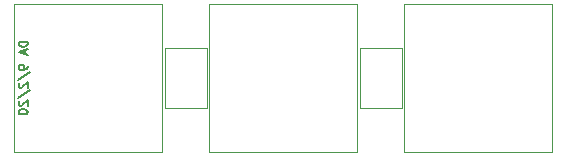
<source format=gbr>
G04 #@! TF.GenerationSoftware,KiCad,Pcbnew,(5.1.4)-1*
G04 #@! TF.CreationDate,2020-09-02T11:10:04-07:00*
G04 #@! TF.ProjectId,SkateLightLEDBoard,536b6174-654c-4696-9768-744c4544426f,rev?*
G04 #@! TF.SameCoordinates,Original*
G04 #@! TF.FileFunction,Legend,Bot*
G04 #@! TF.FilePolarity,Positive*
%FSLAX46Y46*%
G04 Gerber Fmt 4.6, Leading zero omitted, Abs format (unit mm)*
G04 Created by KiCad (PCBNEW (5.1.4)-1) date 2020-09-02 11:10:04*
%MOMM*%
%LPD*%
G04 APERTURE LIST*
%ADD10C,0.127000*%
%ADD11C,0.120000*%
G04 APERTURE END LIST*
D10*
X-21626285Y3066142D02*
X-22388285Y3066142D01*
X-22388285Y2884714D01*
X-22352000Y2775857D01*
X-22279428Y2703285D01*
X-22206857Y2667000D01*
X-22061714Y2630714D01*
X-21952857Y2630714D01*
X-21807714Y2667000D01*
X-21735142Y2703285D01*
X-21662571Y2775857D01*
X-21626285Y2884714D01*
X-21626285Y3066142D01*
X-21844000Y2340428D02*
X-21844000Y1977571D01*
X-21626285Y2413000D02*
X-22388285Y2159000D01*
X-21626285Y1905000D01*
X-21626285Y1034142D02*
X-21626285Y889000D01*
X-21662571Y816428D01*
X-21698857Y780142D01*
X-21807714Y707571D01*
X-21952857Y671285D01*
X-22243142Y671285D01*
X-22315714Y707571D01*
X-22352000Y743857D01*
X-22388285Y816428D01*
X-22388285Y961571D01*
X-22352000Y1034142D01*
X-22315714Y1070428D01*
X-22243142Y1106714D01*
X-22061714Y1106714D01*
X-21989142Y1070428D01*
X-21952857Y1034142D01*
X-21916571Y961571D01*
X-21916571Y816428D01*
X-21952857Y743857D01*
X-21989142Y707571D01*
X-22061714Y671285D01*
X-22424571Y-199571D02*
X-21444857Y453571D01*
X-22315714Y-417285D02*
X-22352000Y-453571D01*
X-22388285Y-526142D01*
X-22388285Y-707571D01*
X-22352000Y-780142D01*
X-22315714Y-816428D01*
X-22243142Y-852714D01*
X-22170571Y-852714D01*
X-22061714Y-816428D01*
X-21626285Y-381000D01*
X-21626285Y-852714D01*
X-22424571Y-1723571D02*
X-21444857Y-1070428D01*
X-22315714Y-1941285D02*
X-22352000Y-1977571D01*
X-22388285Y-2050142D01*
X-22388285Y-2231571D01*
X-22352000Y-2304142D01*
X-22315714Y-2340428D01*
X-22243142Y-2376714D01*
X-22170571Y-2376714D01*
X-22061714Y-2340428D01*
X-21626285Y-1905000D01*
X-21626285Y-2376714D01*
X-22388285Y-2848428D02*
X-22388285Y-2921000D01*
X-22352000Y-2993571D01*
X-22315714Y-3029857D01*
X-22243142Y-3066142D01*
X-22098000Y-3102428D01*
X-21916571Y-3102428D01*
X-21771428Y-3066142D01*
X-21698857Y-3029857D01*
X-21662571Y-2993571D01*
X-21626285Y-2921000D01*
X-21626285Y-2848428D01*
X-21662571Y-2775857D01*
X-21698857Y-2739571D01*
X-21771428Y-2703285D01*
X-21916571Y-2667000D01*
X-22098000Y-2667000D01*
X-22243142Y-2703285D01*
X-22315714Y-2739571D01*
X-22352000Y-2775857D01*
X-22388285Y-2848428D01*
D11*
X-10260000Y6250000D02*
X-10260000Y-6250000D01*
X-22760000Y6250000D02*
X-10260000Y6250000D01*
X-22760000Y-6250000D02*
X-22760000Y6250000D01*
X-10260000Y-6250000D02*
X-22760000Y-6250000D01*
X6250000Y-6250000D02*
X-6250000Y-6250000D01*
X6250000Y6250000D02*
X6250000Y-6250000D01*
X-6250000Y6250000D02*
X6250000Y6250000D01*
X-6250000Y-6250000D02*
X-6250000Y6250000D01*
X22760000Y-6250000D02*
X10260000Y-6250000D01*
X10260000Y-6250000D02*
X10260000Y6250000D01*
X10260000Y6250000D02*
X22760000Y6250000D01*
X22760000Y6250000D02*
X22760000Y-6250000D01*
X10033000Y-2540000D02*
X10033000Y2540000D01*
X6477000Y-2540000D02*
X10033000Y-2540000D01*
X6477000Y2540000D02*
X6477000Y-2540000D01*
X10033000Y2540000D02*
X6477000Y2540000D01*
X-6477000Y-2540000D02*
X-6477000Y2540000D01*
X-10033000Y-2540000D02*
X-6477000Y-2540000D01*
X-10033000Y2540000D02*
X-10033000Y-2540000D01*
X-6477000Y2540000D02*
X-10033000Y2540000D01*
M02*

</source>
